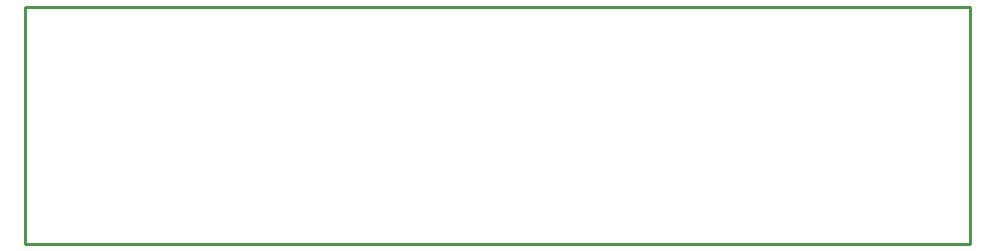
<source format=gbr>
%TF.GenerationSoftware,KiCad,Pcbnew,9.0.1*%
%TF.CreationDate,2025-05-06T23:45:30-04:00*%
%TF.ProjectId,classic-protoboard_6x28,636c6173-7369-4632-9d70-726f746f626f,rev?*%
%TF.SameCoordinates,Original*%
%TF.FileFunction,Profile,NP*%
%FSLAX46Y46*%
G04 Gerber Fmt 4.6, Leading zero omitted, Abs format (unit mm)*
G04 Created by KiCad (PCBNEW 9.0.1) date 2025-05-06 23:45:30*
%MOMM*%
%LPD*%
G01*
G04 APERTURE LIST*
%TA.AperFunction,Profile*%
%ADD10C,0.254000*%
%TD*%
G04 APERTURE END LIST*
D10*
X106130000Y-117130000D02*
X186130000Y-117130000D01*
X186130000Y-137130000D01*
X106130000Y-137130000D01*
X106130000Y-117130000D01*
M02*

</source>
